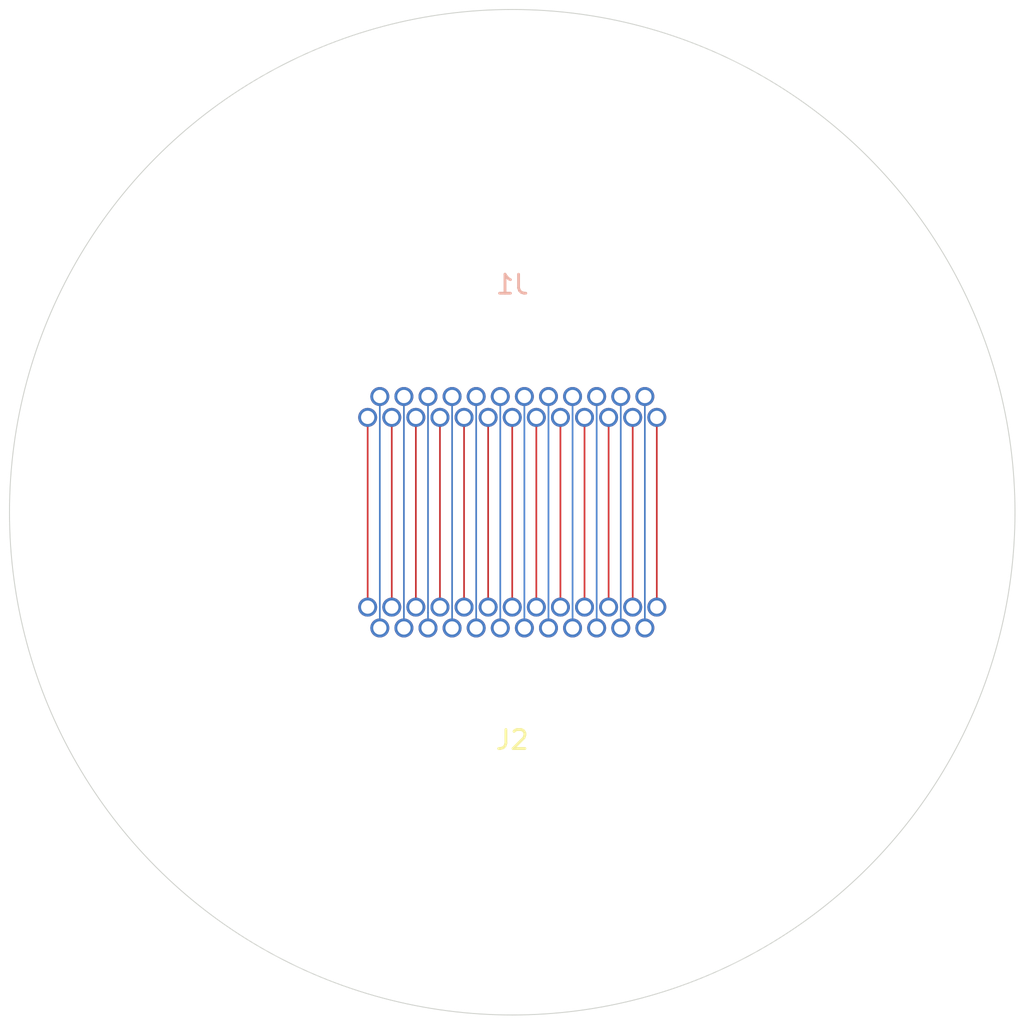
<source format=kicad_pcb>
(kicad_pcb (version 20171130) (host pcbnew "(5.1.9)-1")

  (general
    (thickness 1.6)
    (drawings 4)
    (tracks 29)
    (zones 0)
    (modules 2)
    (nets 26)
  )

  (page A4)
  (layers
    (0 F.Cu signal)
    (31 B.Cu signal)
    (32 B.Adhes user)
    (33 F.Adhes user)
    (34 B.Paste user)
    (35 F.Paste user)
    (36 B.SilkS user)
    (37 F.SilkS user)
    (38 B.Mask user)
    (39 F.Mask user)
    (40 Dwgs.User user)
    (41 Cmts.User user)
    (42 Eco1.User user)
    (43 Eco2.User user)
    (44 Edge.Cuts user)
    (45 Margin user)
    (46 B.CrtYd user)
    (47 F.CrtYd user)
    (48 B.Fab user)
    (49 F.Fab user)
  )

  (setup
    (last_trace_width 0.09)
    (trace_clearance 0.08)
    (zone_clearance 0.508)
    (zone_45_only no)
    (trace_min 0.08)
    (via_size 0.8)
    (via_drill 0.4)
    (via_min_size 0.4)
    (via_min_drill 0.3)
    (uvia_size 0.3)
    (uvia_drill 0.1)
    (uvias_allowed no)
    (uvia_min_size 0.2)
    (uvia_min_drill 0.1)
    (edge_width 0.05)
    (segment_width 0.2)
    (pcb_text_width 0.3)
    (pcb_text_size 1.5 1.5)
    (mod_edge_width 0.12)
    (mod_text_size 1 1)
    (mod_text_width 0.15)
    (pad_size 1.524 1.524)
    (pad_drill 0.762)
    (pad_to_mask_clearance 0)
    (aux_axis_origin 0 0)
    (visible_elements FFFFFF7F)
    (pcbplotparams
      (layerselection 0x010fc_ffffffff)
      (usegerberextensions false)
      (usegerberattributes true)
      (usegerberadvancedattributes true)
      (creategerberjobfile true)
      (excludeedgelayer true)
      (linewidth 0.100000)
      (plotframeref false)
      (viasonmask false)
      (mode 1)
      (useauxorigin false)
      (hpglpennumber 1)
      (hpglpenspeed 20)
      (hpglpendiameter 15.000000)
      (psnegative false)
      (psa4output false)
      (plotreference true)
      (plotvalue true)
      (plotinvisibletext false)
      (padsonsilk false)
      (subtractmaskfromsilk false)
      (outputformat 1)
      (mirror false)
      (drillshape 0)
      (scaleselection 1)
      (outputdirectory "Gerber/"))
  )

  (net 0 "")
  (net 1 "Net-(J1-Pad1)")
  (net 2 "Net-(J1-Pad14)")
  (net 3 "Net-(J1-Pad2)")
  (net 4 "Net-(J1-Pad3)")
  (net 5 "Net-(J1-Pad4)")
  (net 6 "Net-(J1-Pad5)")
  (net 7 "Net-(J1-Pad6)")
  (net 8 "Net-(J1-Pad7)")
  (net 9 "Net-(J1-Pad8)")
  (net 10 "Net-(J1-Pad9)")
  (net 11 "Net-(J1-Pad10)")
  (net 12 "Net-(J1-Pad11)")
  (net 13 "Net-(J1-Pad12)")
  (net 14 "Net-(J1-Pad13)")
  (net 15 "Net-(J1-Pad15)")
  (net 16 "Net-(J1-Pad16)")
  (net 17 "Net-(J1-Pad17)")
  (net 18 "Net-(J1-Pad18)")
  (net 19 "Net-(J1-Pad19)")
  (net 20 "Net-(J1-Pad20)")
  (net 21 "Net-(J1-Pad21)")
  (net 22 "Net-(J1-Pad22)")
  (net 23 "Net-(J1-Pad23)")
  (net 24 "Net-(J1-Pad24)")
  (net 25 "Net-(J1-Pad25)")

  (net_class Default "This is the default net class."
    (clearance 0.08)
    (trace_width 0.09)
    (via_dia 0.8)
    (via_drill 0.4)
    (uvia_dia 0.3)
    (uvia_drill 0.1)
    (add_net "Net-(J1-Pad1)")
    (add_net "Net-(J1-Pad10)")
    (add_net "Net-(J1-Pad11)")
    (add_net "Net-(J1-Pad12)")
    (add_net "Net-(J1-Pad13)")
    (add_net "Net-(J1-Pad14)")
    (add_net "Net-(J1-Pad15)")
    (add_net "Net-(J1-Pad16)")
    (add_net "Net-(J1-Pad17)")
    (add_net "Net-(J1-Pad18)")
    (add_net "Net-(J1-Pad19)")
    (add_net "Net-(J1-Pad2)")
    (add_net "Net-(J1-Pad20)")
    (add_net "Net-(J1-Pad21)")
    (add_net "Net-(J1-Pad22)")
    (add_net "Net-(J1-Pad23)")
    (add_net "Net-(J1-Pad24)")
    (add_net "Net-(J1-Pad25)")
    (add_net "Net-(J1-Pad3)")
    (add_net "Net-(J1-Pad4)")
    (add_net "Net-(J1-Pad5)")
    (add_net "Net-(J1-Pad6)")
    (add_net "Net-(J1-Pad7)")
    (add_net "Net-(J1-Pad8)")
    (add_net "Net-(J1-Pad9)")
  )

  (module Connector:MicroD_25Pin_NorComp (layer B.Cu) (tedit 60DD40EC) (tstamp 60DEACF3)
    (at -7.62 -5)
    (path /60E99FD7)
    (fp_text reference J1 (at 7.62 -7) (layer B.SilkS)
      (effects (font (size 1 1) (thickness 0.15)) (justify mirror))
    )
    (fp_text value DB25_Male (at 0 7.4) (layer B.Fab)
      (effects (font (size 1 1) (thickness 0.15)) (justify mirror))
    )
    (fp_line (start -7.235 3.125) (end 22.475 3.125) (layer Dwgs.User) (width 0.12))
    (fp_line (start 22.475 -4.225) (end -7.235 -4.225) (layer Dwgs.User) (width 0.12))
    (fp_line (start 22.475 -4.225) (end 22.475 3.125) (layer Dwgs.User) (width 0.12))
    (fp_line (start -7.235 -4.225) (end -7.235 3.125) (layer Dwgs.User) (width 0.12))
    (fp_circle (center -4.66 -0.55) (end -3.41 -0.55) (layer Dwgs.User) (width 0.12))
    (fp_circle (center 19.9 -0.55) (end 21.15 -0.55) (layer Dwgs.User) (width 0.12))
    (pad 1 thru_hole circle (at 0 0) (size 1 1) (drill 0.7) (layers *.Cu *.Mask)
      (net 1 "Net-(J1-Pad1)"))
    (pad 14 thru_hole circle (at 0.64 -1.1) (size 1 1) (drill 0.7) (layers *.Cu *.Mask)
      (net 2 "Net-(J1-Pad14)"))
    (pad 2 thru_hole circle (at 1.27 0) (size 1 1) (drill 0.7) (layers *.Cu *.Mask)
      (net 3 "Net-(J1-Pad2)"))
    (pad 3 thru_hole circle (at 2.54 0) (size 1 1) (drill 0.7) (layers *.Cu *.Mask)
      (net 4 "Net-(J1-Pad3)"))
    (pad 4 thru_hole circle (at 3.81 0) (size 1 1) (drill 0.7) (layers *.Cu *.Mask)
      (net 5 "Net-(J1-Pad4)"))
    (pad 5 thru_hole circle (at 5.08 0) (size 1 1) (drill 0.7) (layers *.Cu *.Mask)
      (net 6 "Net-(J1-Pad5)"))
    (pad 6 thru_hole circle (at 6.35 0) (size 1 1) (drill 0.7) (layers *.Cu *.Mask)
      (net 7 "Net-(J1-Pad6)"))
    (pad 7 thru_hole circle (at 7.62 0) (size 1 1) (drill 0.7) (layers *.Cu *.Mask)
      (net 8 "Net-(J1-Pad7)"))
    (pad 8 thru_hole circle (at 8.89 0) (size 1 1) (drill 0.7) (layers *.Cu *.Mask)
      (net 9 "Net-(J1-Pad8)"))
    (pad 9 thru_hole circle (at 10.16 0) (size 1 1) (drill 0.7) (layers *.Cu *.Mask)
      (net 10 "Net-(J1-Pad9)"))
    (pad 10 thru_hole circle (at 11.43 0) (size 1 1) (drill 0.7) (layers *.Cu *.Mask)
      (net 11 "Net-(J1-Pad10)"))
    (pad 11 thru_hole circle (at 12.7 0) (size 1 1) (drill 0.7) (layers *.Cu *.Mask)
      (net 12 "Net-(J1-Pad11)"))
    (pad 12 thru_hole circle (at 13.97 0) (size 1 1) (drill 0.7) (layers *.Cu *.Mask)
      (net 13 "Net-(J1-Pad12)"))
    (pad 13 thru_hole circle (at 15.24 0) (size 1 1) (drill 0.7) (layers *.Cu *.Mask)
      (net 14 "Net-(J1-Pad13)"))
    (pad 15 thru_hole circle (at 1.91 -1.1) (size 1 1) (drill 0.7) (layers *.Cu *.Mask)
      (net 15 "Net-(J1-Pad15)"))
    (pad 16 thru_hole circle (at 3.18 -1.1) (size 1 1) (drill 0.7) (layers *.Cu *.Mask)
      (net 16 "Net-(J1-Pad16)"))
    (pad 17 thru_hole circle (at 4.45 -1.1) (size 1 1) (drill 0.7) (layers *.Cu *.Mask)
      (net 17 "Net-(J1-Pad17)"))
    (pad 18 thru_hole circle (at 5.72 -1.1) (size 1 1) (drill 0.7) (layers *.Cu *.Mask)
      (net 18 "Net-(J1-Pad18)"))
    (pad 19 thru_hole circle (at 6.99 -1.1) (size 1 1) (drill 0.7) (layers *.Cu *.Mask)
      (net 19 "Net-(J1-Pad19)"))
    (pad 20 thru_hole circle (at 8.26 -1.1) (size 1 1) (drill 0.7) (layers *.Cu *.Mask)
      (net 20 "Net-(J1-Pad20)"))
    (pad 21 thru_hole circle (at 9.53 -1.1) (size 1 1) (drill 0.7) (layers *.Cu *.Mask)
      (net 21 "Net-(J1-Pad21)"))
    (pad 22 thru_hole circle (at 10.8 -1.1) (size 1 1) (drill 0.7) (layers *.Cu *.Mask)
      (net 22 "Net-(J1-Pad22)"))
    (pad 23 thru_hole circle (at 12.07 -1.1) (size 1 1) (drill 0.7) (layers *.Cu *.Mask)
      (net 23 "Net-(J1-Pad23)"))
    (pad 24 thru_hole circle (at 13.34 -1.1) (size 1 1) (drill 0.7) (layers *.Cu *.Mask)
      (net 24 "Net-(J1-Pad24)"))
    (pad 25 thru_hole circle (at 14.61 -1.1) (size 1 1) (drill 0.7) (layers *.Cu *.Mask)
      (net 25 "Net-(J1-Pad25)"))
  )

  (module Connector:MicroD_25Pin_NorComp (layer F.Cu) (tedit 60DD40EC) (tstamp 60DEAD16)
    (at -7.62 5)
    (path /60E9E821)
    (fp_text reference J2 (at 7.62 7) (layer F.SilkS)
      (effects (font (size 1 1) (thickness 0.15)))
    )
    (fp_text value DB25_Male (at 0 -7.4) (layer F.Fab)
      (effects (font (size 1 1) (thickness 0.15)))
    )
    (fp_circle (center 19.9 0.55) (end 21.15 0.55) (layer Dwgs.User) (width 0.12))
    (fp_circle (center -4.66 0.55) (end -3.41 0.55) (layer Dwgs.User) (width 0.12))
    (fp_line (start -7.235 4.225) (end -7.235 -3.125) (layer Dwgs.User) (width 0.12))
    (fp_line (start 22.475 4.225) (end 22.475 -3.125) (layer Dwgs.User) (width 0.12))
    (fp_line (start 22.475 4.225) (end -7.235 4.225) (layer Dwgs.User) (width 0.12))
    (fp_line (start -7.235 -3.125) (end 22.475 -3.125) (layer Dwgs.User) (width 0.12))
    (pad 25 thru_hole circle (at 14.61 1.1) (size 1 1) (drill 0.7) (layers *.Cu *.Mask)
      (net 25 "Net-(J1-Pad25)"))
    (pad 24 thru_hole circle (at 13.34 1.1) (size 1 1) (drill 0.7) (layers *.Cu *.Mask)
      (net 24 "Net-(J1-Pad24)"))
    (pad 23 thru_hole circle (at 12.07 1.1) (size 1 1) (drill 0.7) (layers *.Cu *.Mask)
      (net 23 "Net-(J1-Pad23)"))
    (pad 22 thru_hole circle (at 10.8 1.1) (size 1 1) (drill 0.7) (layers *.Cu *.Mask)
      (net 22 "Net-(J1-Pad22)"))
    (pad 21 thru_hole circle (at 9.53 1.1) (size 1 1) (drill 0.7) (layers *.Cu *.Mask)
      (net 21 "Net-(J1-Pad21)"))
    (pad 20 thru_hole circle (at 8.26 1.1) (size 1 1) (drill 0.7) (layers *.Cu *.Mask)
      (net 20 "Net-(J1-Pad20)"))
    (pad 19 thru_hole circle (at 6.99 1.1) (size 1 1) (drill 0.7) (layers *.Cu *.Mask)
      (net 19 "Net-(J1-Pad19)"))
    (pad 18 thru_hole circle (at 5.72 1.1) (size 1 1) (drill 0.7) (layers *.Cu *.Mask)
      (net 18 "Net-(J1-Pad18)"))
    (pad 17 thru_hole circle (at 4.45 1.1) (size 1 1) (drill 0.7) (layers *.Cu *.Mask)
      (net 17 "Net-(J1-Pad17)"))
    (pad 16 thru_hole circle (at 3.18 1.1) (size 1 1) (drill 0.7) (layers *.Cu *.Mask)
      (net 16 "Net-(J1-Pad16)"))
    (pad 15 thru_hole circle (at 1.91 1.1) (size 1 1) (drill 0.7) (layers *.Cu *.Mask)
      (net 15 "Net-(J1-Pad15)"))
    (pad 13 thru_hole circle (at 15.24 0) (size 1 1) (drill 0.7) (layers *.Cu *.Mask)
      (net 14 "Net-(J1-Pad13)"))
    (pad 12 thru_hole circle (at 13.97 0) (size 1 1) (drill 0.7) (layers *.Cu *.Mask)
      (net 13 "Net-(J1-Pad12)"))
    (pad 11 thru_hole circle (at 12.7 0) (size 1 1) (drill 0.7) (layers *.Cu *.Mask)
      (net 12 "Net-(J1-Pad11)"))
    (pad 10 thru_hole circle (at 11.43 0) (size 1 1) (drill 0.7) (layers *.Cu *.Mask)
      (net 11 "Net-(J1-Pad10)"))
    (pad 9 thru_hole circle (at 10.16 0) (size 1 1) (drill 0.7) (layers *.Cu *.Mask)
      (net 10 "Net-(J1-Pad9)"))
    (pad 8 thru_hole circle (at 8.89 0) (size 1 1) (drill 0.7) (layers *.Cu *.Mask)
      (net 9 "Net-(J1-Pad8)"))
    (pad 7 thru_hole circle (at 7.62 0) (size 1 1) (drill 0.7) (layers *.Cu *.Mask)
      (net 8 "Net-(J1-Pad7)"))
    (pad 6 thru_hole circle (at 6.35 0) (size 1 1) (drill 0.7) (layers *.Cu *.Mask)
      (net 7 "Net-(J1-Pad6)"))
    (pad 5 thru_hole circle (at 5.08 0) (size 1 1) (drill 0.7) (layers *.Cu *.Mask)
      (net 6 "Net-(J1-Pad5)"))
    (pad 4 thru_hole circle (at 3.81 0) (size 1 1) (drill 0.7) (layers *.Cu *.Mask)
      (net 5 "Net-(J1-Pad4)"))
    (pad 3 thru_hole circle (at 2.54 0) (size 1 1) (drill 0.7) (layers *.Cu *.Mask)
      (net 4 "Net-(J1-Pad3)"))
    (pad 2 thru_hole circle (at 1.27 0) (size 1 1) (drill 0.7) (layers *.Cu *.Mask)
      (net 3 "Net-(J1-Pad2)"))
    (pad 14 thru_hole circle (at 0.64 1.1) (size 1 1) (drill 0.7) (layers *.Cu *.Mask)
      (net 2 "Net-(J1-Pad14)"))
    (pad 1 thru_hole circle (at 0 0) (size 1 1) (drill 0.7) (layers *.Cu *.Mask)
      (net 1 "Net-(J1-Pad1)"))
  )

  (gr_circle (center 0 0) (end 25.4 0) (layer B.Mask) (width 3.2) (tstamp 60DE1C7E))
  (gr_circle (center 0 0) (end 23.8 0) (layer Dwgs.User) (width 0.15) (tstamp 60DE1C7D))
  (gr_circle (center 0 0) (end 25.4 0) (layer F.Mask) (width 3.2) (tstamp 60DE1C7C))
  (gr_circle (center 0 0) (end 26.5 0) (layer Edge.Cuts) (width 0.05) (tstamp 60DE1C7B))

  (segment (start -7.62 -5) (end -7.62 5) (width 0.09) (layer F.Cu) (net 1))
  (segment (start -6.98 -6.1) (end -6.98 6.1) (width 0.09) (layer B.Cu) (net 2))
  (segment (start -6.35 5) (end -6.35 -5) (width 0.09) (layer F.Cu) (net 3))
  (segment (start -5.08 -5) (end -5.08 5) (width 0.09) (layer F.Cu) (net 4))
  (segment (start -3.81 5) (end -3.81 -5) (width 0.09) (layer F.Cu) (net 5))
  (segment (start -2.54 -5) (end -2.54 5) (width 0.09) (layer F.Cu) (net 6))
  (segment (start -1.27 5) (end -1.27 -5) (width 0.09) (layer F.Cu) (net 7))
  (segment (start 0 -5) (end 0 5) (width 0.09) (layer F.Cu) (net 8))
  (segment (start 1.27 5) (end 1.27 -5) (width 0.09) (layer F.Cu) (net 9))
  (segment (start 2.54 -5) (end 2.54 5) (width 0.09) (layer F.Cu) (net 10))
  (segment (start 3.81 -5) (end 3.81 5) (width 0.09) (layer F.Cu) (net 11))
  (segment (start 5.08 5) (end 5.08 -5) (width 0.09) (layer F.Cu) (net 12))
  (segment (start 6.35 -5) (end 6.35 5) (width 0.09) (layer F.Cu) (net 13))
  (segment (start 7.62 5) (end 7.62 -5) (width 0.09) (layer F.Cu) (net 14))
  (segment (start -5.71 6.1) (end -5.71 -6.1) (width 0.09) (layer B.Cu) (net 15))
  (segment (start -4.44 5.295002) (end -4.44 6.1) (width 0.09) (layer B.Cu) (net 16))
  (segment (start -4.44 -6.1) (end -4.44 5.295002) (width 0.09) (layer B.Cu) (net 16))
  (segment (start -3.17 6.1) (end -3.17 -6.1) (width 0.09) (layer B.Cu) (net 17))
  (segment (start -1.9 -6.1) (end -1.9 6.1) (width 0.09) (layer B.Cu) (net 18))
  (segment (start -0.63 -5.295002) (end -0.63 -6.1) (width 0.09) (layer B.Cu) (net 19))
  (segment (start -0.63 6.1) (end -0.63 -5.295002) (width 0.09) (layer B.Cu) (net 19))
  (segment (start 0.64 -6.1) (end 0.64 6.1) (width 0.09) (layer B.Cu) (net 20))
  (segment (start 1.91 -5.285002) (end 1.91 -6.1) (width 0.09) (layer B.Cu) (net 21))
  (segment (start 1.91 6.1) (end 1.91 -5.285002) (width 0.09) (layer B.Cu) (net 21))
  (segment (start 3.18 -6.1) (end 3.18 6.1) (width 0.09) (layer B.Cu) (net 22))
  (segment (start 4.45 -5.285002) (end 4.45 -6.1) (width 0.09) (layer B.Cu) (net 23))
  (segment (start 4.45 6.1) (end 4.45 -5.285002) (width 0.09) (layer B.Cu) (net 23))
  (segment (start 5.72 -6.1) (end 5.72 6.1) (width 0.09) (layer B.Cu) (net 24))
  (segment (start 6.99 6.1) (end 6.99 -6.1) (width 0.09) (layer B.Cu) (net 25))

)

</source>
